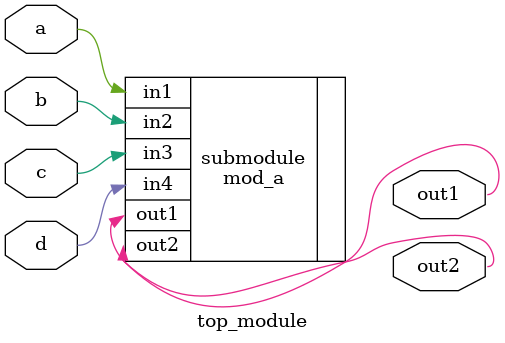
<source format=v>
module top_module ( 
    input a, 
    input b, 
    input c,
    input d,
    output out1,
    output out2
);
    mod_a submodule(
        .in1(a),
        .in2(b),
        .in3(c),
        .in4(d),
        .out1(out1),
        .out2(out2),
    );
endmodule
</source>
